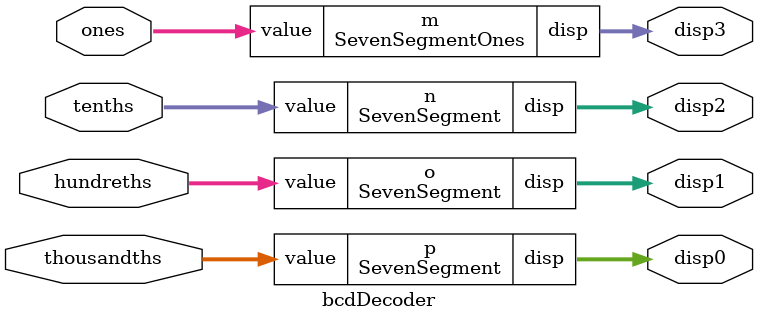
<source format=v>
module SevenSegment(value, disp);
input [3:0] value;
output reg [7:0] disp;

	always @(*)
	begin
		case(value)
			0 : disp [7:0] <= 8'b11000000;// 0 <= 7'h7E;
			1 : disp [7:0] <= 8'b11111001;// 1 <= 7'h60;
			2 : disp [7:0] <= 8'b10100100;// 2 <= 7'h6D;
			3 : disp [7:0] <= 8'b10110000;// 3 <= 7'h79;
			4 : disp [7:0] <= 8'b10011001;// 4 <= 7'h33;
			5 : disp [7:0] <= 8'b10010010;// 5 <= 7'h5B;
			6 : disp [7:0] <= 8'b10000010;// 6 <= 7'h5F;
			7 : disp [7:0] <= 8'b11111000;// 7 <= 7'h70;
			8 : disp [7:0] <= 8'b10000000;// 8 <= 7'h7F;
			9 : disp [7:0] <= 8'b10011000;// 9 <= 7'h7B;
		endcase
	end

endmodule

module SevenSegmentOnes(value, disp);
input [3:0] value;
output reg [7:0] disp;

	always @(*)
	begin
		case(value)
			0 : disp [7:0] <= 8'b01000000;// 0 <= 7'h7E;
			1 : disp [7:0] <= 8'b01111001;// 1 <= 7'h60;
			2 : disp [7:0] <= 8'b00100100;// 2 <= 7'h6D;
			3 : disp [7:0] <= 8'b00110000;// 3 <= 7'h79;
			4 : disp [7:0] <= 8'b00011001;// 4 <= 7'h33;
			5 : disp [7:0] <= 8'b00010010;// 5 <= 7'h5B;
			6 : disp [7:0] <= 8'b00000010;// 6 <= 7'h5F;
			7 : disp [7:0] <= 8'b01111000;// 7 <= 7'h70;
			8 : disp [7:0] <= 8'b00000000;// 8 <= 7'h7F;
			9 : disp [7:0] <= 8'b00011000;// 9 <= 7'h7B;
		endcase
	end

endmodule

module bcdDecoder( 
	//input [2:0] state,
	input [3:0] ones,
	input [3:0] tenths,
	input [3:0] hundreths,
	input [3:0] thousandths,
//	output reg [7:0] disp0,
//	output reg [7:0] disp1,
//	output reg [7:0] disp2,
//	output reg [7:0] disp3	
	output [7:0] disp0,
	output [7:0] disp1,
	output [7:0] disp2,
	output [7:0] disp3	
	);

//	reg [7:0] segZero, segOne, segTwo, segThree;
//	always @(state)
//		begin
//		if(state != 3) // state is before D
//		begin
//			segZero = 0;
//			segOne = 0;
//			segTwo = 0;
//			segThree = 0;
//			
//		end
		
//		else if(state[2]) // if state E or F
		//begin
//			assign segThree = ones;
//			assign segTwo = tenths;
//			segOne = hundreths;
//			segZero = thousandths;
		//end	
	//end

//	assign disp0[7:0] = ones[3:0];
//	assign disp1[7:0] = tenths[3:0];
//	assign disp2 = hundreths;
//	assign disp3 = thousandths;
	
	
	SevenSegmentOnes m(ones, disp3); // displays decimal to indicate seconds
	SevenSegment n(tenths, disp2);
	SevenSegment o(hundreths, disp1);
	SevenSegment p(thousandths, disp0);
	
endmodule 

</source>
